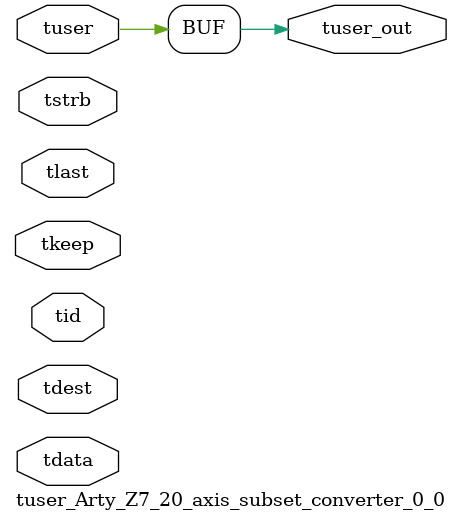
<source format=v>


`timescale 1ps/1ps

module tuser_Arty_Z7_20_axis_subset_converter_0_0 #
(
parameter C_S_AXIS_TUSER_WIDTH = 1,
parameter C_S_AXIS_TDATA_WIDTH = 32,
parameter C_S_AXIS_TID_WIDTH   = 0,
parameter C_S_AXIS_TDEST_WIDTH = 0,
parameter C_M_AXIS_TUSER_WIDTH = 1
)
(
input  [(C_S_AXIS_TUSER_WIDTH == 0 ? 1 : C_S_AXIS_TUSER_WIDTH)-1:0     ] tuser,
input  [(C_S_AXIS_TDATA_WIDTH == 0 ? 1 : C_S_AXIS_TDATA_WIDTH)-1:0     ] tdata,
input  [(C_S_AXIS_TID_WIDTH   == 0 ? 1 : C_S_AXIS_TID_WIDTH)-1:0       ] tid,
input  [(C_S_AXIS_TDEST_WIDTH == 0 ? 1 : C_S_AXIS_TDEST_WIDTH)-1:0     ] tdest,
input  [(C_S_AXIS_TDATA_WIDTH/8)-1:0 ] tkeep,
input  [(C_S_AXIS_TDATA_WIDTH/8)-1:0 ] tstrb,
input                                                                    tlast,
output [C_M_AXIS_TUSER_WIDTH-1:0] tuser_out
);

assign tuser_out = {tuser[0:0]};

endmodule


</source>
